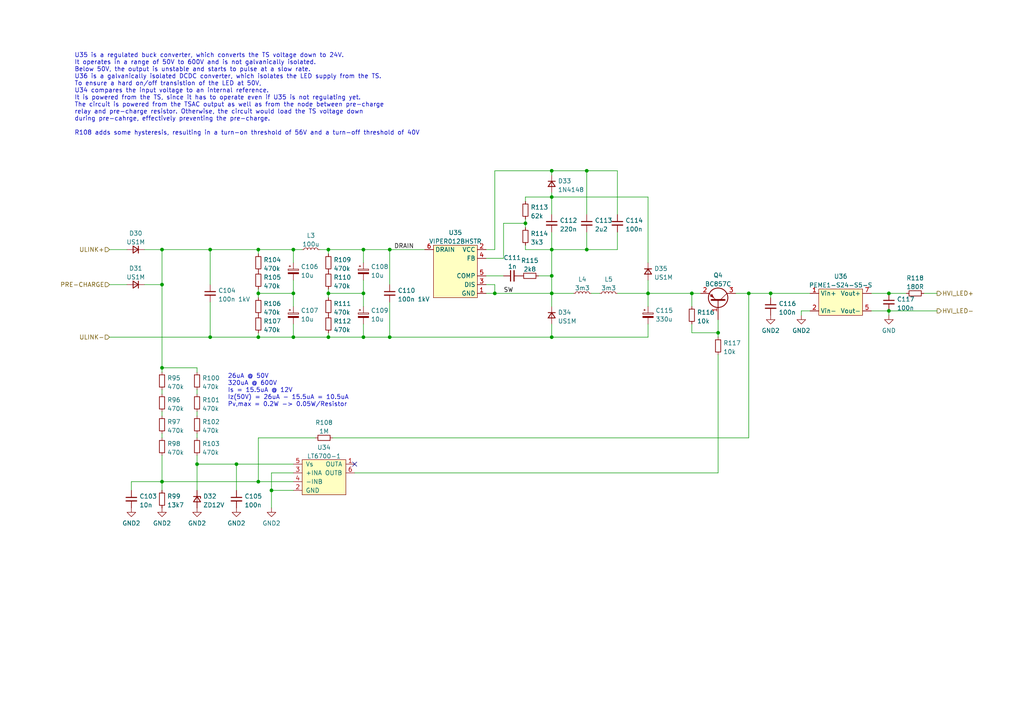
<source format=kicad_sch>
(kicad_sch (version 20211123) (generator eeschema)
  (paper "A4")
  (title_block (title "SPR23e Battery Management Unit (BMU)") (date "2023-03-25") (rev "B") (company "Scuderia Mensa HS RheinMain racing e.V.") (comment 1 "Author: Luca Engelmann") (comment 2 "Car number: 65"))
  (lib_symbols
    (symbol "Device:C_Polarized_Small" (pin_numbers hide) (pin_names (offset 0.254) hide)
      (property "Reference" "C" (at 0.254 1.778 0))
      (property "Value" "C_Polarized_Small" (at 0.254 -2.032 0))
      (symbol "C_Polarized_Small_0_1"
        (rectangle (start -1.524 -0.3048) (end 1.524 -0.6858) (fill (type outline)))
        (rectangle (start -1.524 0.6858) (end 1.524 0.3048))
        (polyline (pts (xy -1.27 1.524) (xy -0.762 1.524)))
        (polyline (pts (xy -1.016 1.27) (xy -1.016 1.778)))
      )
      (symbol "C_Polarized_Small_1_1"
        (pin passive line (at 0 2.54 270) (length 1.8542) (name "~") (number "1"))
        (pin passive line (at 0 -2.54 90) (length 1.8542) (name "~") (number "2"))
      )
    )
    (symbol "Device:C_Small" (pin_numbers hide) (pin_names (offset 0.254) hide)
      (property "Reference" "C" (at 0.254 1.778 0))
      (property "Value" "C_Small" (at 0.254 -2.032 0))
      (symbol "C_Small_0_1"
        (polyline (pts (xy -1.524 -0.508) (xy 1.524 -0.508)) (stroke (width 0.3302)))
        (polyline (pts (xy -1.524 0.508) (xy 1.524 0.508)) (stroke (width 0.3048)))
      )
      (symbol "C_Small_1_1"
        (pin passive line (at 0 2.54 270) (length 2.032) (name "~") (number "1"))
        (pin passive line (at 0 -2.54 90) (length 2.032) (name "~") (number "2"))
      )
    )
    (symbol "Device:D_Small" (pin_numbers hide) (pin_names (offset 0.254) hide)
      (property "Reference" "D" (at -1.27 2.032 0))
      (property "Value" "D_Small" (at -3.81 -2.032 0))
      (symbol "D_Small_0_1"
        (polyline (pts (xy -0.762 -1.016) (xy -0.762 1.016)) (stroke (width 0.254)))
        (polyline (pts (xy -0.762 0) (xy 0.762 0)))
        (polyline (pts (xy 0.762 -1.016) (xy -0.762 0) (xy 0.762 1.016) (xy 0.762 -1.016)) (stroke (width 0.254)))
      )
      (symbol "D_Small_1_1"
        (pin passive line (at -2.54 0 0) (length 1.778) (name "K") (number "1"))
        (pin passive line (at 2.54 0 180) (length 1.778) (name "A") (number "2"))
      )
    )
    (symbol "Device:D_Zener_Small" (pin_numbers hide) (pin_names (offset 0.254) hide)
      (property "Reference" "D" (at 0 2.286 0))
      (property "Value" "D_Zener_Small" (at 0 -2.286 0))
      (symbol "D_Zener_Small_0_1"
        (polyline (pts (xy 0.762 0) (xy -0.762 0)))
        (polyline (pts (xy -0.254 1.016) (xy -0.762 1.016) (xy -0.762 -1.016)) (stroke (width 0.254)))
        (polyline (pts (xy 0.762 1.016) (xy -0.762 0) (xy 0.762 -1.016) (xy 0.762 1.016)) (stroke (width 0.254)))
      )
      (symbol "D_Zener_Small_1_1"
        (pin passive line (at -2.54 0 0) (length 1.778) (name "K") (number "1"))
        (pin passive line (at 2.54 0 180) (length 1.778) (name "A") (number "2"))
      )
    )
    (symbol "Device:L_Small" (pin_numbers hide) (pin_names (offset 0.254) hide)
      (property "Reference" "L" (at 0.762 1.016 0))
      (property "Value" "L_Small" (at 0.762 -1.016 0))
      (symbol "L_Small_0_1"
        (arc (start 0 -2.032) (mid 0.508 -1.524) (end 0 -1.016))
        (arc (start 0 -1.016) (mid 0.508 -0.508) (end 0 0))
        (arc (start 0 0) (mid 0.508 0.508) (end 0 1.016))
        (arc (start 0 1.016) (mid 0.508 1.524) (end 0 2.032))
      )
      (symbol "L_Small_1_1"
        (pin passive line (at 0 2.54 270) (length 0.508) (name "~") (number "1"))
        (pin passive line (at 0 -2.54 90) (length 0.508) (name "~") (number "2"))
      )
    )
    (symbol "Device:R_Small" (pin_numbers hide) (pin_names (offset 0.254) hide)
      (property "Reference" "R" (at 0.762 0.508 0))
      (property "Value" "R_Small" (at 0.762 -1.016 0))
      (symbol "R_Small_0_1"
        (rectangle (start -0.762 1.778) (end 0.762 -1.778) (stroke (width 0.2032)))
      )
      (symbol "R_Small_1_1"
        (pin passive line (at 0 2.54 270) (length 0.762) (name "~") (number "1"))
        (pin passive line (at 0 -2.54 90) (length 0.762) (name "~") (number "2"))
      )
    )
    (symbol "GND2_4" (power) (pin_names (offset 0))
      (property "Value" "GND2_4" (at 0 -3.81 0))
      (symbol "GND2_4_0_1"
        (polyline (pts (xy 0 0) (xy 0 -1.27) (xy 1.27 -1.27) (xy 0 -2.54) (xy -1.27 -1.27) (xy 0 -1.27)))
      )
      (symbol "GND2_4_1_1"
        (pin power_in line (at 0 0 270) (length 0) hide (name "GND2") (number "1"))
      )
    )
    (symbol "Scuderia:LT6700-1" (pin_names (offset 1.016))
      (property "Reference" "U" (at 0 8.89 0))
      (property "Value" "LT6700-1" (at 0 6.35 0))
      (symbol "LT6700-1_0_1"
        (rectangle (start -6.35 5.08) (end 6.35 -5.08) (fill (type background)))
      )
      (symbol "LT6700-1_1_1"
        (pin open_collector line (at 8.89 3.81 180) (length 2.54) (name "OUTA") (number "1"))
        (pin power_in line (at -8.89 -3.81 0) (length 2.54) (name "GND") (number "2"))
        (pin input line (at -8.89 1.27 0) (length 2.54) (name "+INA") (number "3"))
        (pin input line (at -8.89 -1.27 0) (length 2.54) (name "-INB") (number "4"))
        (pin power_in line (at -8.89 3.81 0) (length 2.54) (name "Vs") (number "5"))
        (pin open_collector line (at 8.89 1.27 180) (length 2.54) (name "OUTB") (number "6"))
      )
    )
    (symbol "Scuderia:PEME1"
      (property "Reference" "U" (at 0 7.62 0))
      (property "Value" "PEME1" (at 0 5.08 0))
      (symbol "PEME1_0_1"
        (rectangle (start -6.35 3.81) (end 6.35 -3.81) (stroke (width 0.1524)) (fill (type background)))
      )
      (symbol "PEME1_1_1"
        (pin input line (at -8.89 2.54 0) (length 2.54) (name "Vin+") (number "1"))
        (pin input line (at -8.89 -2.54 0) (length 2.54) (name "Vin-") (number "2"))
        (pin output line (at 8.89 -2.54 180) (length 2.54) (name "Vout-") (number "5"))
        (pin output line (at 8.89 2.54 180) (length 2.54) (name "Vout+") (number "7"))
      )
    )
    (symbol "Scuderia:VIPer11"
      (property "Reference" "U" (at 0 11.43 0))
      (property "Value" "VIPer11" (at 0 8.89 0))
      (symbol "VIPer11_0_1"
        (rectangle (start -6.35 7.62) (end 6.35 -7.62) (stroke (width 0.1524)) (fill (type background)))
      )
      (symbol "VIPer11_1_1"
        (pin input line (at 8.89 -6.35 180) (length 2.54) (name "GND") (number "1"))
        (pin open_collector line (at -8.89 6.35 0) (length 2.54) hide (name "DRAIN") (number "10"))
        (pin input line (at 8.89 6.35 180) (length 2.54) (name "VCC") (number "2"))
        (pin input line (at 8.89 -3.81 180) (length 2.54) (name "DIS") (number "3"))
        (pin input line (at 8.89 3.81 180) (length 2.54) (name "FB") (number "4"))
        (pin input line (at 8.89 -1.27 180) (length 2.54) (name "COMP") (number "5"))
        (pin open_collector line (at -8.89 6.35 0) (length 2.54) (name "DRAIN") (number "6"))
        (pin open_collector line (at -8.89 6.35 0) (length 2.54) hide (name "DRAIN") (number "7"))
        (pin open_collector line (at -8.89 6.35 0) (length 2.54) hide (name "DRAIN") (number "8"))
        (pin open_collector line (at -8.89 6.35 0) (length 2.54) hide (name "DRAIN") (number "9"))
      )
    )
    (symbol "Transistor_BJT:BC807" (pin_names (offset 0) hide)
      (property "Reference" "Q" (at 5.08 1.905 0))
      (property "Value" "BC807" (at 5.08 0 0))
      (symbol "BC807_0_1"
        (polyline (pts (xy 0.635 0.635) (xy 2.54 2.54)))
        (polyline (pts (xy 0.635 -0.635) (xy 2.54 -2.54) (xy 2.54 -2.54)))
        (polyline (pts (xy 0.635 1.905) (xy 0.635 -1.905) (xy 0.635 -1.905)) (stroke (width 0.508)))
        (polyline (pts (xy 2.286 -1.778) (xy 1.778 -2.286) (xy 1.27 -1.27) (xy 2.286 -1.778) (xy 2.286 -1.778)) (fill (type outline)))
        (circle (center 1.27 0) (radius 2.8194) (stroke (width 0.254)))
      )
      (symbol "BC807_1_1"
        (pin input line (at -5.08 0 0) (length 5.715) (name "B") (number "1"))
        (pin passive line (at 2.54 -5.08 90) (length 2.54) (name "E") (number "2"))
        (pin passive line (at 2.54 5.08 270) (length 2.54) (name "C") (number "3"))
      )
    )
    (symbol "power:GND" (power) (pin_names (offset 0))
      (property "Value" "GND" (at 0 -3.81 0))
      (symbol "GND_0_1"
        (polyline (pts (xy 0 0) (xy 0 -1.27) (xy 1.27 -1.27) (xy 0 -2.54) (xy -1.27 -1.27) (xy 0 -1.27)))
      )
      (symbol "GND_1_1"
        (pin power_in line (at 0 0 270) (length 0) hide (name "GND") (number "1"))
      )
    )
  )
  (junction (at 74.93 72.39))
  (junction (at 152.4 64.77))
  (junction (at 57.15 134.62))
  (junction (at 60.96 97.79))
  (junction (at 113.03 97.79))
  (junction (at 170.18 72.39))
  (junction (at 60.96 72.39))
  (junction (at 160.02 49.53))
  (junction (at 105.41 97.79))
  (junction (at 208.28 96.52))
  (junction (at 95.25 85.09))
  (junction (at 257.81 90.17))
  (junction (at 105.41 72.39))
  (junction (at 95.25 97.79))
  (junction (at 113.03 72.39))
  (junction (at 160.02 85.09))
  (junction (at 85.09 72.39))
  (junction (at 74.93 139.7))
  (junction (at 160.02 72.39))
  (junction (at 46.99 72.39))
  (junction (at 143.51 85.09))
  (junction (at 85.09 97.79))
  (junction (at 223.52 85.09))
  (junction (at 68.58 134.62))
  (junction (at 46.99 139.7))
  (junction (at 78.74 142.24))
  (junction (at 160.02 97.79))
  (junction (at 46.99 106.68))
  (junction (at 74.93 85.09))
  (junction (at 160.02 80.01))
  (junction (at 170.18 49.53))
  (junction (at 95.25 72.39))
  (junction (at 200.66 85.09))
  (junction (at 85.09 85.09))
  (junction (at 187.96 85.09))
  (junction (at 105.41 85.09))
  (junction (at 257.81 85.09))
  (junction (at 74.93 97.79))
  (junction (at 160.02 57.15))
  (junction (at 217.17 85.09))
  (junction (at 46.99 82.55))
  (no_connect (at 102.87 134.62))
  (wire (pts (xy 152.4 71.12) (xy 152.4 72.39)))
  (wire (pts (xy 208.28 92.71) (xy 208.28 96.52)))
  (wire (pts (xy 31.75 72.39) (xy 36.83 72.39)))
  (wire (pts (xy 187.96 76.2) (xy 187.96 57.15)))
  (wire (pts (xy 223.52 85.09) (xy 234.95 85.09)))
  (wire (pts (xy 38.1 139.7) (xy 46.99 139.7)))
  (wire (pts (xy 171.45 85.09) (xy 173.99 85.09)))
  (wire (pts (xy 95.25 73.66) (xy 95.25 72.39)))
  (wire (pts (xy 31.75 97.79) (xy 60.96 97.79)))
  (wire (pts (xy 92.71 72.39) (xy 95.25 72.39)))
  (wire (pts (xy 31.75 82.55) (xy 36.83 82.55)))
  (wire (pts (xy 179.07 85.09) (xy 187.96 85.09)))
  (wire (pts (xy 41.91 82.55) (xy 46.99 82.55)))
  (wire (pts (xy 60.96 72.39) (xy 74.93 72.39)))
  (wire (pts (xy 187.96 57.15) (xy 160.02 57.15)))
  (wire (pts (xy 170.18 49.53) (xy 179.07 49.53)))
  (wire (pts (xy 160.02 49.53) (xy 170.18 49.53)))
  (wire (pts (xy 232.41 90.17) (xy 234.95 90.17)))
  (wire (pts (xy 60.96 87.63) (xy 60.96 97.79)))
  (wire (pts (xy 160.02 97.79) (xy 187.96 97.79)))
  (wire (pts (xy 105.41 97.79) (xy 105.41 93.98)))
  (wire (pts (xy 78.74 142.24) (xy 78.74 147.32)))
  (wire (pts (xy 57.15 125.73) (xy 57.15 127)))
  (wire (pts (xy 74.93 85.09) (xy 85.09 85.09)))
  (wire (pts (xy 143.51 82.55) (xy 143.51 85.09)))
  (wire (pts (xy 146.05 74.93) (xy 146.05 64.77)))
  (wire (pts (xy 160.02 97.79) (xy 160.02 93.98)))
  (wire (pts (xy 95.25 72.39) (xy 105.41 72.39)))
  (wire (pts (xy 160.02 57.15) (xy 160.02 62.23)))
  (wire (pts (xy 160.02 72.39) (xy 160.02 80.01)))
  (wire (pts (xy 68.58 134.62) (xy 68.58 142.24)))
  (wire (pts (xy 105.41 85.09) (xy 105.41 88.9)))
  (wire (pts (xy 152.4 57.15) (xy 160.02 57.15)))
  (wire (pts (xy 74.93 83.82) (xy 74.93 85.09)))
  (wire (pts (xy 57.15 132.08) (xy 57.15 134.62)))
  (wire (pts (xy 74.93 73.66) (xy 74.93 72.39)))
  (wire (pts (xy 57.15 107.95) (xy 57.15 106.68)))
  (wire (pts (xy 105.41 72.39) (xy 113.03 72.39)))
  (wire (pts (xy 160.02 85.09) (xy 166.37 85.09)))
  (wire (pts (xy 257.81 90.17) (xy 257.81 91.44)))
  (wire (pts (xy 85.09 72.39) (xy 85.09 76.2)))
  (wire (pts (xy 187.96 97.79) (xy 187.96 93.98)))
  (wire (pts (xy 85.09 97.79) (xy 95.25 97.79)))
  (wire (pts (xy 74.93 85.09) (xy 74.93 86.36)))
  (wire (pts (xy 95.25 97.79) (xy 105.41 97.79)))
  (wire (pts (xy 252.73 90.17) (xy 257.81 90.17)))
  (wire (pts (xy 140.97 72.39) (xy 143.51 72.39)))
  (wire (pts (xy 140.97 82.55) (xy 143.51 82.55)))
  (wire (pts (xy 179.07 49.53) (xy 179.07 62.23)))
  (wire (pts (xy 85.09 85.09) (xy 85.09 81.28)))
  (wire (pts (xy 143.51 72.39) (xy 143.51 49.53)))
  (wire (pts (xy 57.15 134.62) (xy 57.15 142.24)))
  (wire (pts (xy 95.25 85.09) (xy 105.41 85.09)))
  (wire (pts (xy 46.99 82.55) (xy 46.99 72.39)))
  (wire (pts (xy 170.18 67.31) (xy 170.18 72.39)))
  (wire (pts (xy 78.74 137.16) (xy 78.74 142.24)))
  (wire (pts (xy 213.36 85.09) (xy 217.17 85.09)))
  (wire (pts (xy 152.4 72.39) (xy 160.02 72.39)))
  (wire (pts (xy 140.97 74.93) (xy 146.05 74.93)))
  (wire (pts (xy 113.03 72.39) (xy 113.03 82.55)))
  (wire (pts (xy 232.41 91.44) (xy 232.41 90.17)))
  (wire (pts (xy 160.02 50.8) (xy 160.02 49.53)))
  (wire (pts (xy 102.87 137.16) (xy 208.28 137.16)))
  (wire (pts (xy 85.09 72.39) (xy 87.63 72.39)))
  (wire (pts (xy 91.44 127) (xy 74.93 127)))
  (wire (pts (xy 200.66 85.09) (xy 200.66 88.9)))
  (wire (pts (xy 217.17 85.09) (xy 223.52 85.09)))
  (wire (pts (xy 85.09 139.7) (xy 74.93 139.7)))
  (wire (pts (xy 257.81 90.17) (xy 271.78 90.17)))
  (wire (pts (xy 143.51 85.09) (xy 160.02 85.09)))
  (wire (pts (xy 179.07 72.39) (xy 170.18 72.39)))
  (wire (pts (xy 46.99 113.03) (xy 46.99 114.3)))
  (wire (pts (xy 152.4 63.5) (xy 152.4 64.77)))
  (wire (pts (xy 223.52 85.09) (xy 223.52 86.36)))
  (wire (pts (xy 160.02 80.01) (xy 160.02 85.09)))
  (wire (pts (xy 257.81 85.09) (xy 262.89 85.09)))
  (wire (pts (xy 152.4 58.42) (xy 152.4 57.15)))
  (wire (pts (xy 57.15 134.62) (xy 68.58 134.62)))
  (wire (pts (xy 74.93 72.39) (xy 85.09 72.39)))
  (wire (pts (xy 46.99 72.39) (xy 60.96 72.39)))
  (wire (pts (xy 105.41 72.39) (xy 105.41 76.2)))
  (wire (pts (xy 208.28 96.52) (xy 208.28 97.79)))
  (wire (pts (xy 200.66 85.09) (xy 203.2 85.09)))
  (wire (pts (xy 46.99 119.38) (xy 46.99 120.65)))
  (wire (pts (xy 200.66 93.98) (xy 200.66 96.52)))
  (wire (pts (xy 156.21 80.01) (xy 160.02 80.01)))
  (wire (pts (xy 200.66 96.52) (xy 208.28 96.52)))
  (wire (pts (xy 68.58 134.62) (xy 85.09 134.62)))
  (wire (pts (xy 38.1 142.24) (xy 38.1 139.7)))
  (wire (pts (xy 267.97 85.09) (xy 271.78 85.09)))
  (wire (pts (xy 95.25 96.52) (xy 95.25 97.79)))
  (wire (pts (xy 160.02 55.88) (xy 160.02 57.15)))
  (wire (pts (xy 160.02 67.31) (xy 160.02 72.39)))
  (wire (pts (xy 208.28 137.16) (xy 208.28 102.87)))
  (wire (pts (xy 152.4 64.77) (xy 152.4 66.04)))
  (wire (pts (xy 140.97 80.01) (xy 146.05 80.01)))
  (wire (pts (xy 60.96 97.79) (xy 74.93 97.79)))
  (wire (pts (xy 187.96 85.09) (xy 200.66 85.09)))
  (wire (pts (xy 160.02 85.09) (xy 160.02 88.9)))
  (wire (pts (xy 113.03 87.63) (xy 113.03 97.79)))
  (wire (pts (xy 85.09 85.09) (xy 85.09 88.9)))
  (wire (pts (xy 46.99 82.55) (xy 46.99 106.68)))
  (wire (pts (xy 41.91 72.39) (xy 46.99 72.39)))
  (wire (pts (xy 96.52 127) (xy 217.17 127)))
  (wire (pts (xy 74.93 139.7) (xy 46.99 139.7)))
  (wire (pts (xy 57.15 113.03) (xy 57.15 114.3)))
  (wire (pts (xy 46.99 125.73) (xy 46.99 127)))
  (wire (pts (xy 85.09 137.16) (xy 78.74 137.16)))
  (wire (pts (xy 95.25 83.82) (xy 95.25 85.09)))
  (wire (pts (xy 105.41 97.79) (xy 113.03 97.79)))
  (wire (pts (xy 60.96 72.39) (xy 60.96 82.55)))
  (wire (pts (xy 179.07 67.31) (xy 179.07 72.39)))
  (wire (pts (xy 217.17 127) (xy 217.17 85.09)))
  (wire (pts (xy 57.15 119.38) (xy 57.15 120.65)))
  (wire (pts (xy 170.18 62.23) (xy 170.18 49.53)))
  (wire (pts (xy 146.05 64.77) (xy 152.4 64.77)))
  (wire (pts (xy 252.73 85.09) (xy 257.81 85.09)))
  (wire (pts (xy 140.97 85.09) (xy 143.51 85.09)))
  (wire (pts (xy 57.15 106.68) (xy 46.99 106.68)))
  (wire (pts (xy 74.93 97.79) (xy 85.09 97.79)))
  (wire (pts (xy 46.99 132.08) (xy 46.99 139.7)))
  (wire (pts (xy 95.25 85.09) (xy 95.25 86.36)))
  (wire (pts (xy 113.03 72.39) (xy 123.19 72.39)))
  (wire (pts (xy 105.41 85.09) (xy 105.41 81.28)))
  (wire (pts (xy 143.51 49.53) (xy 160.02 49.53)))
  (wire (pts (xy 74.93 96.52) (xy 74.93 97.79)))
  (wire (pts (xy 46.99 139.7) (xy 46.99 142.24)))
  (wire (pts (xy 113.03 97.79) (xy 160.02 97.79)))
  (wire (pts (xy 187.96 81.28) (xy 187.96 85.09)))
  (wire (pts (xy 74.93 127) (xy 74.93 139.7)))
  (wire (pts (xy 78.74 142.24) (xy 85.09 142.24)))
  (wire (pts (xy 85.09 97.79) (xy 85.09 93.98)))
  (wire (pts (xy 46.99 106.68) (xy 46.99 107.95)))
  (wire (pts (xy 187.96 85.09) (xy 187.96 88.9)))
  (wire (pts (xy 170.18 72.39) (xy 160.02 72.39)))
  (text "26uA @ 50V\n320uA @ 600V\nIs = 15.5uA @ 12V\nIz(50V) = 26uA - 15.5uA = 10.5uA\nPv,max = 0.2W -> 0.05W/Resistor" (at 66.04 118.11 0) (effects (font (size 1.27 1.27)) (justify left bottom)))
  (text "U35 is a regulated buck converter, which converts the TS voltage down to 24V.\nIt operates in a range of 50V to 600V and is not galvanically isolated.\nBelow 50V, the output is unstable and starts to pulse at a slow rate.\nU36 is a galvanically isolated DCDC converter, which isolates the LED supply from the TS.\nTo ensure a hard on/off transistion of the LED at 50V, \nU34 compares the input voltage to an internal reference.\nIt is powered from the TS, since it has to operate even if U35 is not regulating yet.\nThe circuit is powered from the TSAC output as well as from the node between pre-charge\nrelay and pre-charge resistor. Otherwise, the circuit would load the TS voltage down\nduring pre-cahrge, effectively preventing the pre-charge.  \n\nR108 adds some hysteresis, resulting in a turn-on threshold of 56V and a turn-off threshold of 40V" (at 21.59 39.37 0) (effects (font (size 1.27 1.27)) (justify left bottom)))
  (label "SW" (at 146.05 85.09 0))
  (label "DRAIN" (at 114.3 72.39 0))
  (hierarchical_label "ULINK+" (shape input) (at 31.75 72.39 180))
  (hierarchical_label "ULINK-" (shape input) (at 31.75 97.79 180))
  (hierarchical_label "HVI_LED+" (shape output) (at 271.78 85.09 0))
  (hierarchical_label "HVI_LED-" (shape output) (at 271.78 90.17 0))
  (hierarchical_label "PRE-CHARGE" (shape input) (at 31.75 82.55 180))
  (symbol (lib_id "Device:C_Small") (at 60.96 85.09 0) (unit 1)
    (property "Reference" "C104" (at 63.2841 84.2616 0) (effects (justify left)))
    (property "Value" "100n 1kV" (at 63.2841 86.7985 0) (effects (justify left)))
    (property "Footprint" "Capacitor_SMD:C_1812_4532Metric" (effects hide))
  )
  (symbol (lib_id "Device:R_Small") (at 46.99 144.78 0) (mirror y) (unit 1)
    (property "Reference" "R99" (at 48.4886 143.9453 0) (effects (justify right)))
    (property "Value" "13k7" (at 48.4886 146.4822 0) (effects (justify right)))
    (property "Footprint" "Resistor_SMD:R_0603_1608Metric" (effects hide))
  )
  (symbol (lib_id "Device:C_Polarized_Small") (at 187.96 91.44 0) (unit 1)
    (property "Reference" "C115" (at 190.119 90.0592 0) (effects (justify left)))
    (property "Value" "330u" (at 190.119 92.5961 0) (effects (justify left)))
    (property "Footprint" "Capacitor_THT:CP_Radial_D10.0mm_P5.00mm" (effects hide))
  )
  (symbol (lib_id "Device:R_Small") (at 95.25 93.98 0) (unit 1)
    (property "Reference" "R112" (at 96.7486 93.1453 0) (effects (justify left)))
    (property "Value" "470k" (at 96.7486 95.6822 0) (effects (justify left)))
    (property "Footprint" "Resistor_SMD:R_1206_3216Metric" (effects hide))
  )
  (symbol (lib_id "Device:R_Small") (at 152.4 68.58 0) (unit 1)
    (property "Reference" "R114" (at 153.8986 67.7453 0) (effects (justify left)))
    (property "Value" "3k3" (at 153.8986 70.2822 0) (effects (justify left)))
    (property "Footprint" "Resistor_SMD:R_0603_1608Metric" (effects hide))
  )
  (symbol (lib_name "GND2_4") (lib_id "power:GND2") (at 78.74 147.32 0) (mirror y) (unit 1)
    (property "Reference" "#PWR0221" (effects hide))
    (property "Value" "GND2" (at 78.74 151.7634 0))
  )
  (symbol (lib_id "Device:R_Small") (at 93.98 127 90) (mirror x) (unit 1)
    (property "Reference" "R108" (at 93.98 122.5636 90))
    (property "Value" "1M" (at 93.98 125.1005 90))
    (property "Footprint" "Resistor_SMD:R_0603_1608Metric" (effects hide))
  )
  (symbol (lib_id "Device:R_Small") (at 57.15 116.84 0) (mirror y) (unit 1)
    (property "Reference" "R101" (at 58.6486 116.0053 0) (effects (justify right)))
    (property "Value" "470k" (at 58.6486 118.5422 0) (effects (justify right)))
    (property "Footprint" "Resistor_SMD:R_1206_3216Metric" (effects hide))
  )
  (symbol (lib_id "Device:C_Small") (at 179.07 64.77 0) (unit 1)
    (property "Reference" "C114" (at 181.3941 63.9416 0) (effects (justify left)))
    (property "Value" "100n" (at 181.3941 66.4785 0) (effects (justify left)))
    (property "Footprint" "Capacitor_SMD:C_0603_1608Metric" (effects hide))
  )
  (symbol (lib_id "Device:D_Small") (at 39.37 82.55 180) (unit 1)
    (property "Reference" "D31" (at 39.37 77.8342 0))
    (property "Value" "US1M" (at 39.37 80.3711 0))
    (property "Footprint" "Diode_SMD:D_SMA" (effects hide))
  )
  (symbol (lib_id "Device:C_Polarized_Small") (at 105.41 91.44 0) (unit 1)
    (property "Reference" "C109" (at 107.569 90.0592 0) (effects (justify left)))
    (property "Value" "10u" (at 107.569 92.5961 0) (effects (justify left)))
    (property "Footprint" "Capacitor_THT:CP_Radial_D10.0mm_P5.00mm" (effects hide))
  )
  (symbol (lib_id "Device:D_Small") (at 160.02 53.34 270) (unit 1)
    (property "Reference" "D33" (at 161.798 52.5053 90) (effects (justify left)))
    (property "Value" "1N4148" (at 161.798 55.0422 90) (effects (justify left)))
    (property "Footprint" "Diode_SMD:D_SOD-123" (effects hide))
  )
  (symbol (lib_id "Device:L_Small") (at 168.91 85.09 90) (unit 1)
    (property "Reference" "L4" (at 168.91 81.0092 90))
    (property "Value" "3m3" (at 168.91 83.5461 90))
    (property "Footprint" "Inductor_SMD:L_Wuerth_WE-PD-Typ-LS" (effects hide))
  )
  (symbol (lib_id "Device:R_Small") (at 95.25 88.9 0) (unit 1)
    (property "Reference" "R111" (at 96.7486 88.0653 0) (effects (justify left)))
    (property "Value" "470k" (at 96.7486 90.6022 0) (effects (justify left)))
    (property "Footprint" "Resistor_SMD:R_1206_3216Metric" (effects hide))
  )
  (symbol (lib_id "Device:R_Small") (at 57.15 123.19 0) (mirror y) (unit 1)
    (property "Reference" "R102" (at 58.6486 122.3553 0) (effects (justify right)))
    (property "Value" "470k" (at 58.6486 124.8922 0) (effects (justify right)))
    (property "Footprint" "Resistor_SMD:R_1206_3216Metric" (effects hide))
  )
  (symbol (lib_id "Device:R_Small") (at 46.99 116.84 0) (mirror y) (unit 1)
    (property "Reference" "R96" (at 48.4886 116.0053 0) (effects (justify right)))
    (property "Value" "470k" (at 48.4886 118.5422 0) (effects (justify right)))
    (property "Footprint" "Resistor_SMD:R_1206_3216Metric" (effects hide))
  )
  (symbol (lib_id "Device:R_Small") (at 46.99 123.19 0) (mirror y) (unit 1)
    (property "Reference" "R97" (at 48.4886 122.3553 0) (effects (justify right)))
    (property "Value" "470k" (at 48.4886 124.8922 0) (effects (justify right)))
    (property "Footprint" "Resistor_SMD:R_1206_3216Metric" (effects hide))
  )
  (symbol (lib_id "Device:D_Small") (at 39.37 72.39 180) (unit 1)
    (property "Reference" "D30" (at 39.37 67.6742 0))
    (property "Value" "US1M" (at 39.37 70.2111 0))
    (property "Footprint" "Diode_SMD:D_SMA" (effects hide))
  )
  (symbol (lib_name "GND2_4") (lib_id "power:GND2") (at 38.1 147.32 0) (mirror y) (unit 1)
    (property "Reference" "#PWR0217" (effects hide))
    (property "Value" "GND2" (at 38.1 151.7634 0))
  )
  (symbol (lib_id "Device:R_Small") (at 200.66 91.44 0) (unit 1)
    (property "Reference" "R116" (at 202.1586 90.6053 0) (effects (justify left)))
    (property "Value" "10k" (at 202.1586 93.1422 0) (effects (justify left)))
    (property "Footprint" "Resistor_SMD:R_0603_1608Metric" (effects hide))
  )
  (symbol (lib_id "Device:D_Zener_Small") (at 57.15 144.78 270) (unit 1)
    (property "Reference" "D32" (at 58.928 143.9453 90) (effects (justify left)))
    (property "Value" "ZD12V" (at 58.928 146.4822 90) (effects (justify left)))
    (property "Footprint" "Diode_SMD:D_SOD-123" (effects hide))
  )
  (symbol (lib_id "Device:R_Small") (at 74.93 81.28 0) (unit 1)
    (property "Reference" "R105" (at 76.4286 80.4453 0) (effects (justify left)))
    (property "Value" "470k" (at 76.4286 82.9822 0) (effects (justify left)))
    (property "Footprint" "Resistor_SMD:R_1206_3216Metric" (effects hide))
  )
  (symbol (lib_id "Device:D_Small") (at 187.96 78.74 270) (unit 1)
    (property "Reference" "D35" (at 189.738 77.9053 90) (effects (justify left)))
    (property "Value" "US1M" (at 189.738 80.4422 90) (effects (justify left)))
    (property "Footprint" "Diode_SMD:D_SMA" (effects hide))
  )
  (symbol (lib_id "Device:R_Small") (at 74.93 88.9 0) (unit 1)
    (property "Reference" "R106" (at 76.4286 88.0653 0) (effects (justify left)))
    (property "Value" "470k" (at 76.4286 90.6022 0) (effects (justify left)))
    (property "Footprint" "Resistor_SMD:R_1206_3216Metric" (effects hide))
  )
  (symbol (lib_id "Device:R_Small") (at 95.25 76.2 0) (unit 1)
    (property "Reference" "R109" (at 96.7486 75.3653 0) (effects (justify left)))
    (property "Value" "470k" (at 96.7486 77.9022 0) (effects (justify left)))
    (property "Footprint" "Resistor_SMD:R_1206_3216Metric" (effects hide))
  )
  (symbol (lib_id "Device:C_Small") (at 148.59 80.01 90) (unit 1)
    (property "Reference" "C111" (at 148.5963 74.7481 90))
    (property "Value" "1n" (at 148.5963 77.285 90))
    (property "Footprint" "Capacitor_SMD:C_0603_1608Metric" (effects hide))
  )
  (symbol (lib_name "GND2_4") (lib_id "power:GND2") (at 57.15 147.32 0) (mirror y) (unit 1)
    (property "Reference" "#PWR0219" (effects hide))
    (property "Value" "GND2" (at 57.15 151.7634 0))
  )
  (symbol (lib_id "Device:C_Small") (at 113.03 85.09 0) (unit 1)
    (property "Reference" "C110" (at 115.3541 84.2616 0) (effects (justify left)))
    (property "Value" "100n 1kV" (at 115.3541 86.7985 0) (effects (justify left)))
    (property "Footprint" "Capacitor_SMD:C_1812_4532Metric" (effects hide))
  )
  (symbol (lib_id "Device:C_Small") (at 68.58 144.78 0) (unit 1)
    (property "Reference" "C105" (at 70.9041 143.9516 0) (effects (justify left)))
    (property "Value" "100n" (at 70.9041 146.4885 0) (effects (justify left)))
    (property "Footprint" "Capacitor_SMD:C_0603_1608Metric" (effects hide))
  )
  (symbol (lib_id "Device:C_Small") (at 160.02 64.77 0) (unit 1)
    (property "Reference" "C112" (at 162.3441 63.9416 0) (effects (justify left)))
    (property "Value" "220n" (at 162.3441 66.4785 0) (effects (justify left)))
    (property "Footprint" "Capacitor_SMD:C_0603_1608Metric" (effects hide))
  )
  (symbol (lib_id "Device:R_Small") (at 152.4 60.96 0) (unit 1)
    (property "Reference" "R113" (at 153.8986 60.1253 0) (effects (justify left)))
    (property "Value" "62k" (at 153.8986 62.6622 0) (effects (justify left)))
    (property "Footprint" "Resistor_SMD:R_0603_1608Metric" (effects hide))
  )
  (symbol (lib_id "Transistor_BJT:BC807") (at 208.28 87.63 270) (mirror x) (unit 1)
    (property "Reference" "Q4" (at 208.28 79.8408 90))
    (property "Value" "BC857C" (at 208.28 82.3777 90))
    (property "Footprint" "Scuderia:SOT-23" (effects hide))
    (property "Datasheet" "https://www.onsemi.com/pub/Collateral/BC808-D.pdf" (effects hide))
  )
  (symbol (lib_id "Scuderia:LT6700-1") (at 93.98 138.43 0) (unit 1)
    (property "Reference" "U34" (at 93.98 129.7772 0))
    (property "Value" "LT6700-1" (at 93.98 132.3141 0))
    (property "Footprint" "Package_TO_SOT_SMD:SOT-23-6" (effects hide))
  )
  (symbol (lib_id "Device:D_Small") (at 160.02 91.44 270) (unit 1)
    (property "Reference" "D34" (at 161.798 90.6053 90) (effects (justify left)))
    (property "Value" "US1M" (at 161.798 93.1422 90) (effects (justify left)))
    (property "Footprint" "Diode_SMD:D_SMA" (effects hide))
  )
  (symbol (lib_id "Device:R_Small") (at 57.15 110.49 0) (mirror y) (unit 1)
    (property "Reference" "R100" (at 58.6486 109.6553 0) (effects (justify right)))
    (property "Value" "470k" (at 58.6486 112.1922 0) (effects (justify right)))
    (property "Footprint" "Resistor_SMD:R_1206_3216Metric" (effects hide))
  )
  (symbol (lib_name "GND2_4") (lib_id "power:GND2") (at 46.99 147.32 0) (mirror y) (unit 1)
    (property "Reference" "#PWR0218" (effects hide))
    (property "Value" "GND2" (at 46.99 151.7634 0))
  )
  (symbol (lib_id "Device:R_Small") (at 74.93 93.98 0) (unit 1)
    (property "Reference" "R107" (at 76.4286 93.1453 0) (effects (justify left)))
    (property "Value" "470k" (at 76.4286 95.6822 0) (effects (justify left)))
    (property "Footprint" "Resistor_SMD:R_1206_3216Metric" (effects hide))
  )
  (symbol (lib_id "Device:C_Small") (at 38.1 144.78 0) (unit 1)
    (property "Reference" "C103" (at 40.4241 143.9516 0) (effects (justify left)))
    (property "Value" "10n" (at 40.4241 146.4885 0) (effects (justify left)))
    (property "Footprint" "Capacitor_SMD:C_0603_1608Metric" (effects hide))
  )
  (symbol (lib_name "GND2_4") (lib_id "power:GND2") (at 223.52 91.44 0) (mirror y) (unit 1)
    (property "Reference" "#PWR0222" (effects hide))
    (property "Value" "GND2" (at 223.52 95.8834 0))
  )
  (symbol (lib_id "power:GND") (at 257.81 91.44 0) (unit 1)
    (property "Reference" "#PWR0224" (effects hide))
    (property "Value" "GND" (at 257.81 95.8834 0))
  )
  (symbol (lib_id "Device:C_Polarized_Small") (at 105.41 78.74 0) (unit 1)
    (property "Reference" "C108" (at 107.569 77.3592 0) (effects (justify left)))
    (property "Value" "10u" (at 107.569 79.8961 0) (effects (justify left)))
    (property "Footprint" "Capacitor_THT:CP_Radial_D10.0mm_P5.00mm" (effects hide))
  )
  (symbol (lib_id "Device:C_Small") (at 223.52 88.9 0) (unit 1)
    (property "Reference" "C116" (at 225.8441 88.0716 0) (effects (justify left)))
    (property "Value" "100n" (at 225.8441 90.6085 0) (effects (justify left)))
    (property "Footprint" "Capacitor_SMD:C_0603_1608Metric" (effects hide))
  )
  (symbol (lib_id "Device:R_Small") (at 265.43 85.09 90) (unit 1)
    (property "Reference" "R118" (at 265.43 80.6536 90))
    (property "Value" "180R" (at 265.43 83.1905 90))
    (property "Footprint" "Resistor_SMD:R_0603_1608Metric" (effects hide))
  )
  (symbol (lib_id "Device:C_Polarized_Small") (at 85.09 78.74 0) (unit 1)
    (property "Reference" "C106" (at 87.249 77.3592 0) (effects (justify left)))
    (property "Value" "10u" (at 87.249 79.8961 0) (effects (justify left)))
    (property "Footprint" "Capacitor_THT:CP_Radial_D10.0mm_P5.00mm" (effects hide))
  )
  (symbol (lib_id "Scuderia:VIPer11") (at 132.08 78.74 0) (unit 1)
    (property "Reference" "U35" (at 132.08 67.471 0))
    (property "Value" "VIPER012BHSTR" (at 132.08 70.0079 0))
    (property "Footprint" "Package_SO:SSOP-10_3.9x4.9mm_P1.00mm" (effects hide))
  )
  (symbol (lib_id "Device:L_Small") (at 90.17 72.39 90) (unit 1)
    (property "Reference" "L3" (at 90.17 68.3092 90))
    (property "Value" "100u" (at 90.17 70.8461 90))
    (property "Footprint" "Inductor_SMD:L_Taiyo-Yuden_MD-3030" (effects hide))
  )
  (symbol (lib_id "Scuderia:PEME1") (at 243.84 87.63 0) (unit 1)
    (property "Reference" "U36" (at 243.84 80.171 0))
    (property "Value" "PEME1-S24-S5-S" (at 243.84 82.7079 0))
    (property "Footprint" "Scuderia:PEME1" (effects hide))
  )
  (symbol (lib_id "Device:R_Small") (at 46.99 129.54 0) (mirror y) (unit 1)
    (property "Reference" "R98" (at 48.4886 128.7053 0) (effects (justify right)))
    (property "Value" "470k" (at 48.4886 131.2422 0) (effects (justify right)))
    (property "Footprint" "Resistor_SMD:R_1206_3216Metric" (effects hide))
  )
  (symbol (lib_id "Device:R_Small") (at 208.28 100.33 0) (unit 1)
    (property "Reference" "R117" (at 209.7786 99.4953 0) (effects (justify left)))
    (property "Value" "10k" (at 209.7786 102.0322 0) (effects (justify left)))
    (property "Footprint" "Resistor_SMD:R_0603_1608Metric" (effects hide))
  )
  (symbol (lib_name "GND2_4") (lib_id "power:GND2") (at 68.58 147.32 0) (mirror y) (unit 1)
    (property "Reference" "#PWR0220" (effects hide))
    (property "Value" "GND2" (at 68.58 151.7634 0))
  )
  (symbol (lib_id "Device:R_Small") (at 57.15 129.54 0) (mirror y) (unit 1)
    (property "Reference" "R103" (at 58.6486 128.7053 0) (effects (justify right)))
    (property "Value" "470k" (at 58.6486 131.2422 0) (effects (justify right)))
    (property "Footprint" "Resistor_SMD:R_1206_3216Metric" (effects hide))
  )
  (symbol (lib_name "GND2_4") (lib_id "power:GND2") (at 232.41 91.44 0) (mirror y) (unit 1)
    (property "Reference" "#PWR0223" (effects hide))
    (property "Value" "GND2" (at 232.41 95.8834 0))
  )
  (symbol (lib_id "Device:L_Small") (at 176.53 85.09 90) (unit 1)
    (property "Reference" "L5" (at 176.53 81.0092 90))
    (property "Value" "3m3" (at 176.53 83.5461 90))
    (property "Footprint" "Inductor_SMD:L_Wuerth_WE-PD-Typ-LS" (effects hide))
  )
  (symbol (lib_id "Device:C_Polarized_Small") (at 85.09 91.44 0) (unit 1)
    (property "Reference" "C107" (at 87.249 90.0592 0) (effects (justify left)))
    (property "Value" "10u" (at 87.249 92.5961 0) (effects (justify left)))
    (property "Footprint" "Capacitor_THT:CP_Radial_D10.0mm_P5.00mm" (effects hide))
  )
  (symbol (lib_id "Device:R_Small") (at 95.25 81.28 0) (unit 1)
    (property "Reference" "R110" (at 96.7486 80.4453 0) (effects (justify left)))
    (property "Value" "470k" (at 96.7486 82.9822 0) (effects (justify left)))
    (property "Footprint" "Resistor_SMD:R_1206_3216Metric" (effects hide))
  )
  (symbol (lib_id "Device:R_Small") (at 46.99 110.49 0) (mirror y) (unit 1)
    (property "Reference" "R95" (at 48.4886 109.6553 0) (effects (justify right)))
    (property "Value" "470k" (at 48.4886 112.1922 0) (effects (justify right)))
    (property "Footprint" "Resistor_SMD:R_1206_3216Metric" (effects hide))
  )
  (symbol (lib_id "Device:C_Small") (at 170.18 64.77 0) (unit 1)
    (property "Reference" "C113" (at 172.5041 63.9416 0) (effects (justify left)))
    (property "Value" "2u2" (at 172.5041 66.4785 0) (effects (justify left)))
    (property "Footprint" "Capacitor_SMD:C_0805_2012Metric" (effects hide))
  )
  (symbol (lib_id "Device:C_Small") (at 257.81 87.63 0) (unit 1)
    (property "Reference" "C117" (at 260.1341 86.8016 0) (effects (justify left)))
    (property "Value" "100n" (at 260.1341 89.3385 0) (effects (justify left)))
    (property "Footprint" "Capacitor_SMD:C_0603_1608Metric" (effects hide))
  )
  (symbol (lib_id "Device:R_Small") (at 153.67 80.01 90) (unit 1)
    (property "Reference" "R115" (at 153.67 75.5736 90))
    (property "Value" "2k8" (at 153.67 78.1105 90))
    (property "Footprint" "Resistor_SMD:R_0603_1608Metric" (effects hide))
  )
  (symbol (lib_id "Device:R_Small") (at 74.93 76.2 0) (unit 1)
    (property "Reference" "R104" (at 76.4286 75.3653 0) (effects (justify left)))
    (property "Value" "470k" (at 76.4286 77.9022 0) (effects (justify left)))
    (property "Footprint" "Resistor_SMD:R_1206_3216Metric" (effects hide))
  )
)
</source>
